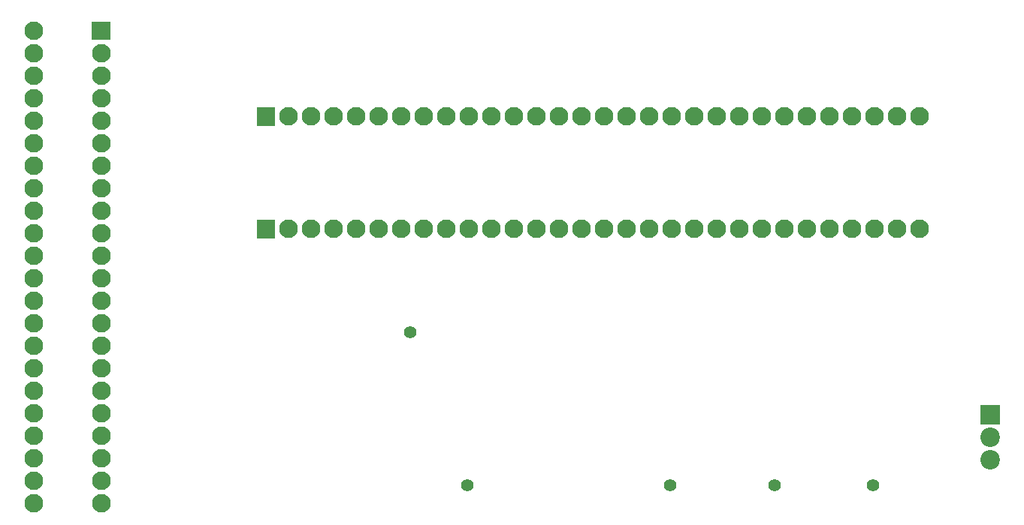
<source format=gbr>
%FSLAX34Y34*%
%MOMM*%
%LNSOLDERMASK_BOTTOM*%
G71*
G01*
%ADD10C,2.200*%
%ADD11C,1.400*%
%ADD12C,2.100*%
%LPD*%
G36*
X1095488Y294369D02*
X1117488Y294369D01*
X1117488Y272369D01*
X1095488Y272369D01*
X1095488Y294369D01*
G37*
X1106488Y257969D02*
G54D10*
D03*
X1106488Y232569D02*
G54D10*
D03*
X452438Y376237D02*
G54D11*
D03*
X974725Y203200D02*
G54D11*
D03*
X863600Y203200D02*
G54D11*
D03*
X746125Y203200D02*
G54D11*
D03*
X517525Y203200D02*
G54D11*
D03*
G36*
X279668Y503503D02*
X300668Y503503D01*
X300668Y482503D01*
X279668Y482503D01*
X279668Y503503D01*
G37*
X315568Y493003D02*
G54D12*
D03*
X340968Y493003D02*
G54D12*
D03*
X366368Y493003D02*
G54D12*
D03*
X391768Y493003D02*
G54D12*
D03*
X417168Y493003D02*
G54D12*
D03*
X442568Y493003D02*
G54D12*
D03*
X467968Y493003D02*
G54D12*
D03*
X493368Y493003D02*
G54D12*
D03*
X518768Y493003D02*
G54D12*
D03*
X544168Y493003D02*
G54D12*
D03*
X569568Y493003D02*
G54D12*
D03*
X594968Y493003D02*
G54D12*
D03*
X620368Y493003D02*
G54D12*
D03*
X645768Y493003D02*
G54D12*
D03*
X671168Y493003D02*
G54D12*
D03*
X696568Y493003D02*
G54D12*
D03*
X721968Y493003D02*
G54D12*
D03*
X747368Y493003D02*
G54D12*
D03*
X772768Y493003D02*
G54D12*
D03*
X798168Y493003D02*
G54D12*
D03*
X823568Y493003D02*
G54D12*
D03*
X848968Y493003D02*
G54D12*
D03*
X874368Y493003D02*
G54D12*
D03*
X899768Y493003D02*
G54D12*
D03*
X925168Y493003D02*
G54D12*
D03*
X950568Y493003D02*
G54D12*
D03*
X975968Y493003D02*
G54D12*
D03*
X1001368Y493003D02*
G54D12*
D03*
X1026767Y493003D02*
G54D12*
D03*
G36*
X279668Y630503D02*
X300668Y630503D01*
X300668Y609503D01*
X279668Y609503D01*
X279668Y630503D01*
G37*
X315568Y620003D02*
G54D12*
D03*
X340968Y620003D02*
G54D12*
D03*
X366368Y620003D02*
G54D12*
D03*
X391768Y620003D02*
G54D12*
D03*
X417168Y620003D02*
G54D12*
D03*
X442568Y620003D02*
G54D12*
D03*
X467968Y620003D02*
G54D12*
D03*
X493368Y620003D02*
G54D12*
D03*
X518768Y620003D02*
G54D12*
D03*
X544168Y620003D02*
G54D12*
D03*
X569568Y620003D02*
G54D12*
D03*
X594968Y620003D02*
G54D12*
D03*
X620368Y620003D02*
G54D12*
D03*
X645768Y620003D02*
G54D12*
D03*
X671168Y620003D02*
G54D12*
D03*
X696568Y620003D02*
G54D12*
D03*
X721968Y620003D02*
G54D12*
D03*
X747368Y620003D02*
G54D12*
D03*
X772768Y620003D02*
G54D12*
D03*
X798168Y620003D02*
G54D12*
D03*
X823567Y620003D02*
G54D12*
D03*
X848968Y620003D02*
G54D12*
D03*
X874368Y620003D02*
G54D12*
D03*
X899768Y620003D02*
G54D12*
D03*
X925168Y620003D02*
G54D12*
D03*
X950568Y620003D02*
G54D12*
D03*
X975968Y620003D02*
G54D12*
D03*
X1001368Y620003D02*
G54D12*
D03*
X1026767Y620003D02*
G54D12*
D03*
G36*
X115209Y727256D02*
X115209Y706256D01*
X94209Y706256D01*
X94209Y727256D01*
X115209Y727256D01*
G37*
X28510Y716756D02*
G54D12*
D03*
X104709Y691356D02*
G54D12*
D03*
X28510Y691356D02*
G54D12*
D03*
X104709Y665956D02*
G54D12*
D03*
X28509Y665956D02*
G54D12*
D03*
X104709Y640556D02*
G54D12*
D03*
X28509Y640556D02*
G54D12*
D03*
X104709Y615156D02*
G54D12*
D03*
X28509Y615156D02*
G54D12*
D03*
X104709Y589756D02*
G54D12*
D03*
X28509Y589756D02*
G54D12*
D03*
X104709Y564356D02*
G54D12*
D03*
X28509Y564356D02*
G54D12*
D03*
X104709Y538956D02*
G54D12*
D03*
X28509Y538956D02*
G54D12*
D03*
X104709Y513556D02*
G54D12*
D03*
X28509Y513556D02*
G54D12*
D03*
X104709Y488156D02*
G54D12*
D03*
X28509Y488156D02*
G54D12*
D03*
X104709Y462756D02*
G54D12*
D03*
X28509Y462756D02*
G54D12*
D03*
X104709Y437356D02*
G54D12*
D03*
X28509Y437356D02*
G54D12*
D03*
X104709Y411956D02*
G54D12*
D03*
X28509Y411956D02*
G54D12*
D03*
X104709Y386556D02*
G54D12*
D03*
X28509Y386556D02*
G54D12*
D03*
X104709Y361156D02*
G54D12*
D03*
X28509Y361156D02*
G54D12*
D03*
X104709Y335756D02*
G54D12*
D03*
X28509Y335756D02*
G54D12*
D03*
X104709Y310356D02*
G54D12*
D03*
X28509Y310356D02*
G54D12*
D03*
X104709Y284956D02*
G54D12*
D03*
X28509Y284956D02*
G54D12*
D03*
X104709Y259556D02*
G54D12*
D03*
X28509Y259556D02*
G54D12*
D03*
X104709Y234156D02*
G54D12*
D03*
X28509Y234156D02*
G54D12*
D03*
X104709Y208755D02*
G54D12*
D03*
X28510Y208755D02*
G54D12*
D03*
X104709Y183356D02*
G54D12*
D03*
X28510Y183356D02*
G54D12*
D03*
M02*

</source>
